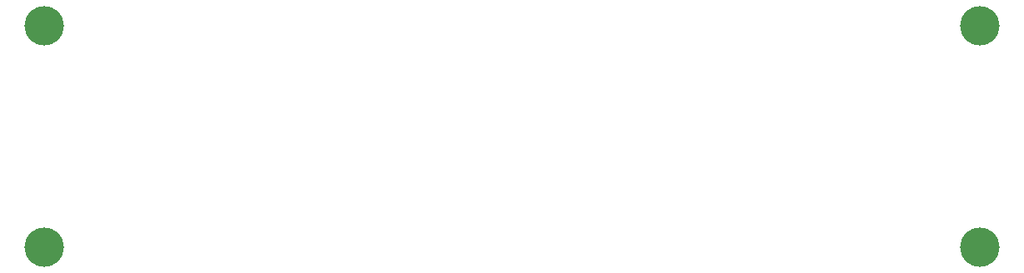
<source format=gbr>
%TF.GenerationSoftware,KiCad,Pcbnew,7.0.1*%
%TF.CreationDate,2023-12-17T22:32:57-05:00*%
%TF.ProjectId,channel_splitter,6368616e-6e65-46c5-9f73-706c69747465,rev?*%
%TF.SameCoordinates,Original*%
%TF.FileFunction,Soldermask,Bot*%
%TF.FilePolarity,Negative*%
%FSLAX46Y46*%
G04 Gerber Fmt 4.6, Leading zero omitted, Abs format (unit mm)*
G04 Created by KiCad (PCBNEW 7.0.1) date 2023-12-17 22:32:57*
%MOMM*%
%LPD*%
G01*
G04 APERTURE LIST*
%ADD10C,4.000000*%
G04 APERTURE END LIST*
D10*
%TO.C,H2*%
X259000000Y-74000000D03*
%TD*%
%TO.C,H6*%
X164000000Y-74000000D03*
%TD*%
%TO.C,H1*%
X259000000Y-96500000D03*
%TD*%
%TO.C,H5*%
X164000000Y-96500000D03*
%TD*%
M02*

</source>
